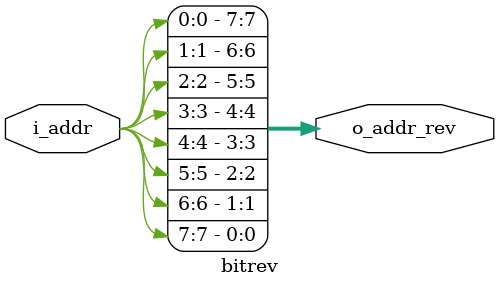
<source format=v>
`timescale 1ns / 1ps


module bitrev(
    input [7:0] i_addr,
    output [7:0] o_addr_rev
    );
    assign o_addr_rev[7] = i_addr[0];
    assign o_addr_rev[6] = i_addr[1];
    assign o_addr_rev[5] = i_addr[2];
    assign o_addr_rev[4] = i_addr[3];
    assign o_addr_rev[3] = i_addr[4];
    assign o_addr_rev[2] = i_addr[5];
    assign o_addr_rev[1] = i_addr[6];
    assign o_addr_rev[0] = i_addr[7];
endmodule

</source>
